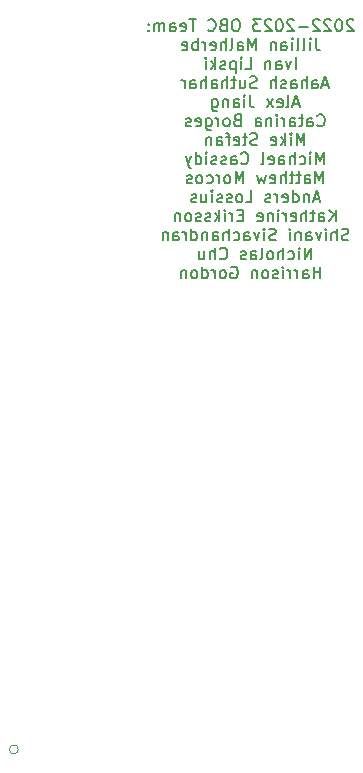
<source format=gbo>
G04 #@! TF.GenerationSoftware,KiCad,Pcbnew,(6.0.7)*
G04 #@! TF.CreationDate,2022-12-20T16:10:49-05:00*
G04 #@! TF.ProjectId,obc-db,6f62632d-6462-42e6-9b69-6361645f7063,rev?*
G04 #@! TF.SameCoordinates,Original*
G04 #@! TF.FileFunction,Legend,Bot*
G04 #@! TF.FilePolarity,Positive*
%FSLAX46Y46*%
G04 Gerber Fmt 4.6, Leading zero omitted, Abs format (unit mm)*
G04 Created by KiCad (PCBNEW (6.0.7)) date 2022-12-20 16:10:49*
%MOMM*%
%LPD*%
G01*
G04 APERTURE LIST*
%ADD10C,0.150000*%
%ADD11C,0.120000*%
%ADD12C,6.400000*%
%ADD13C,3.600000*%
%ADD14C,2.600000*%
%ADD15C,4.400000*%
%ADD16R,1.700000X1.700000*%
%ADD17O,1.700000X1.700000*%
%ADD18C,2.159000*%
%ADD19R,1.524000X1.524000*%
%ADD20C,1.524000*%
G04 APERTURE END LIST*
D10*
X146104476Y-72140619D02*
X146056857Y-72093000D01*
X145961619Y-72045380D01*
X145723523Y-72045380D01*
X145628285Y-72093000D01*
X145580666Y-72140619D01*
X145533047Y-72235857D01*
X145533047Y-72331095D01*
X145580666Y-72473952D01*
X146152095Y-73045380D01*
X145533047Y-73045380D01*
X144914000Y-72045380D02*
X144818761Y-72045380D01*
X144723523Y-72093000D01*
X144675904Y-72140619D01*
X144628285Y-72235857D01*
X144580666Y-72426333D01*
X144580666Y-72664428D01*
X144628285Y-72854904D01*
X144675904Y-72950142D01*
X144723523Y-72997761D01*
X144818761Y-73045380D01*
X144914000Y-73045380D01*
X145009238Y-72997761D01*
X145056857Y-72950142D01*
X145104476Y-72854904D01*
X145152095Y-72664428D01*
X145152095Y-72426333D01*
X145104476Y-72235857D01*
X145056857Y-72140619D01*
X145009238Y-72093000D01*
X144914000Y-72045380D01*
X144199714Y-72140619D02*
X144152095Y-72093000D01*
X144056857Y-72045380D01*
X143818761Y-72045380D01*
X143723523Y-72093000D01*
X143675904Y-72140619D01*
X143628285Y-72235857D01*
X143628285Y-72331095D01*
X143675904Y-72473952D01*
X144247333Y-73045380D01*
X143628285Y-73045380D01*
X143247333Y-72140619D02*
X143199714Y-72093000D01*
X143104476Y-72045380D01*
X142866380Y-72045380D01*
X142771142Y-72093000D01*
X142723523Y-72140619D01*
X142675904Y-72235857D01*
X142675904Y-72331095D01*
X142723523Y-72473952D01*
X143294952Y-73045380D01*
X142675904Y-73045380D01*
X142247333Y-72664428D02*
X141485428Y-72664428D01*
X141056857Y-72140619D02*
X141009238Y-72093000D01*
X140914000Y-72045380D01*
X140675904Y-72045380D01*
X140580666Y-72093000D01*
X140533047Y-72140619D01*
X140485428Y-72235857D01*
X140485428Y-72331095D01*
X140533047Y-72473952D01*
X141104476Y-73045380D01*
X140485428Y-73045380D01*
X139866380Y-72045380D02*
X139771142Y-72045380D01*
X139675904Y-72093000D01*
X139628285Y-72140619D01*
X139580666Y-72235857D01*
X139533047Y-72426333D01*
X139533047Y-72664428D01*
X139580666Y-72854904D01*
X139628285Y-72950142D01*
X139675904Y-72997761D01*
X139771142Y-73045380D01*
X139866380Y-73045380D01*
X139961619Y-72997761D01*
X140009238Y-72950142D01*
X140056857Y-72854904D01*
X140104476Y-72664428D01*
X140104476Y-72426333D01*
X140056857Y-72235857D01*
X140009238Y-72140619D01*
X139961619Y-72093000D01*
X139866380Y-72045380D01*
X139152095Y-72140619D02*
X139104476Y-72093000D01*
X139009238Y-72045380D01*
X138771142Y-72045380D01*
X138675904Y-72093000D01*
X138628285Y-72140619D01*
X138580666Y-72235857D01*
X138580666Y-72331095D01*
X138628285Y-72473952D01*
X139199714Y-73045380D01*
X138580666Y-73045380D01*
X138247333Y-72045380D02*
X137628285Y-72045380D01*
X137961619Y-72426333D01*
X137818761Y-72426333D01*
X137723523Y-72473952D01*
X137675904Y-72521571D01*
X137628285Y-72616809D01*
X137628285Y-72854904D01*
X137675904Y-72950142D01*
X137723523Y-72997761D01*
X137818761Y-73045380D01*
X138104476Y-73045380D01*
X138199714Y-72997761D01*
X138247333Y-72950142D01*
X136247333Y-72045380D02*
X136056857Y-72045380D01*
X135961619Y-72093000D01*
X135866380Y-72188238D01*
X135818761Y-72378714D01*
X135818761Y-72712047D01*
X135866380Y-72902523D01*
X135961619Y-72997761D01*
X136056857Y-73045380D01*
X136247333Y-73045380D01*
X136342571Y-72997761D01*
X136437809Y-72902523D01*
X136485428Y-72712047D01*
X136485428Y-72378714D01*
X136437809Y-72188238D01*
X136342571Y-72093000D01*
X136247333Y-72045380D01*
X135056857Y-72521571D02*
X134914000Y-72569190D01*
X134866380Y-72616809D01*
X134818761Y-72712047D01*
X134818761Y-72854904D01*
X134866380Y-72950142D01*
X134914000Y-72997761D01*
X135009238Y-73045380D01*
X135390190Y-73045380D01*
X135390190Y-72045380D01*
X135056857Y-72045380D01*
X134961619Y-72093000D01*
X134914000Y-72140619D01*
X134866380Y-72235857D01*
X134866380Y-72331095D01*
X134914000Y-72426333D01*
X134961619Y-72473952D01*
X135056857Y-72521571D01*
X135390190Y-72521571D01*
X133818761Y-72950142D02*
X133866380Y-72997761D01*
X134009238Y-73045380D01*
X134104476Y-73045380D01*
X134247333Y-72997761D01*
X134342571Y-72902523D01*
X134390190Y-72807285D01*
X134437809Y-72616809D01*
X134437809Y-72473952D01*
X134390190Y-72283476D01*
X134342571Y-72188238D01*
X134247333Y-72093000D01*
X134104476Y-72045380D01*
X134009238Y-72045380D01*
X133866380Y-72093000D01*
X133818761Y-72140619D01*
X132771142Y-72045380D02*
X132199714Y-72045380D01*
X132485428Y-73045380D02*
X132485428Y-72045380D01*
X131485428Y-72997761D02*
X131580666Y-73045380D01*
X131771142Y-73045380D01*
X131866380Y-72997761D01*
X131914000Y-72902523D01*
X131914000Y-72521571D01*
X131866380Y-72426333D01*
X131771142Y-72378714D01*
X131580666Y-72378714D01*
X131485428Y-72426333D01*
X131437809Y-72521571D01*
X131437809Y-72616809D01*
X131914000Y-72712047D01*
X130580666Y-73045380D02*
X130580666Y-72521571D01*
X130628285Y-72426333D01*
X130723523Y-72378714D01*
X130914000Y-72378714D01*
X131009238Y-72426333D01*
X130580666Y-72997761D02*
X130675904Y-73045380D01*
X130914000Y-73045380D01*
X131009238Y-72997761D01*
X131056857Y-72902523D01*
X131056857Y-72807285D01*
X131009238Y-72712047D01*
X130914000Y-72664428D01*
X130675904Y-72664428D01*
X130580666Y-72616809D01*
X130104476Y-73045380D02*
X130104476Y-72378714D01*
X130104476Y-72473952D02*
X130056857Y-72426333D01*
X129961619Y-72378714D01*
X129818761Y-72378714D01*
X129723523Y-72426333D01*
X129675904Y-72521571D01*
X129675904Y-73045380D01*
X129675904Y-72521571D02*
X129628285Y-72426333D01*
X129533047Y-72378714D01*
X129390190Y-72378714D01*
X129294952Y-72426333D01*
X129247333Y-72521571D01*
X129247333Y-73045380D01*
X128771142Y-72950142D02*
X128723523Y-72997761D01*
X128771142Y-73045380D01*
X128818761Y-72997761D01*
X128771142Y-72950142D01*
X128771142Y-73045380D01*
X128771142Y-72426333D02*
X128723523Y-72473952D01*
X128771142Y-72521571D01*
X128818761Y-72473952D01*
X128771142Y-72426333D01*
X128771142Y-72521571D01*
X142914000Y-73655380D02*
X142914000Y-74369666D01*
X142961619Y-74512523D01*
X143056857Y-74607761D01*
X143199714Y-74655380D01*
X143294952Y-74655380D01*
X142437809Y-74655380D02*
X142437809Y-73988714D01*
X142437809Y-73655380D02*
X142485428Y-73703000D01*
X142437809Y-73750619D01*
X142390190Y-73703000D01*
X142437809Y-73655380D01*
X142437809Y-73750619D01*
X141818761Y-74655380D02*
X141914000Y-74607761D01*
X141961619Y-74512523D01*
X141961619Y-73655380D01*
X141294952Y-74655380D02*
X141390190Y-74607761D01*
X141437809Y-74512523D01*
X141437809Y-73655380D01*
X140914000Y-74655380D02*
X140914000Y-73988714D01*
X140914000Y-73655380D02*
X140961619Y-73703000D01*
X140914000Y-73750619D01*
X140866380Y-73703000D01*
X140914000Y-73655380D01*
X140914000Y-73750619D01*
X140009238Y-74655380D02*
X140009238Y-74131571D01*
X140056857Y-74036333D01*
X140152095Y-73988714D01*
X140342571Y-73988714D01*
X140437809Y-74036333D01*
X140009238Y-74607761D02*
X140104476Y-74655380D01*
X140342571Y-74655380D01*
X140437809Y-74607761D01*
X140485428Y-74512523D01*
X140485428Y-74417285D01*
X140437809Y-74322047D01*
X140342571Y-74274428D01*
X140104476Y-74274428D01*
X140009238Y-74226809D01*
X139533047Y-73988714D02*
X139533047Y-74655380D01*
X139533047Y-74083952D02*
X139485428Y-74036333D01*
X139390190Y-73988714D01*
X139247333Y-73988714D01*
X139152095Y-74036333D01*
X139104476Y-74131571D01*
X139104476Y-74655380D01*
X137866380Y-74655380D02*
X137866380Y-73655380D01*
X137533047Y-74369666D01*
X137199714Y-73655380D01*
X137199714Y-74655380D01*
X136294952Y-74655380D02*
X136294952Y-74131571D01*
X136342571Y-74036333D01*
X136437809Y-73988714D01*
X136628285Y-73988714D01*
X136723523Y-74036333D01*
X136294952Y-74607761D02*
X136390190Y-74655380D01*
X136628285Y-74655380D01*
X136723523Y-74607761D01*
X136771142Y-74512523D01*
X136771142Y-74417285D01*
X136723523Y-74322047D01*
X136628285Y-74274428D01*
X136390190Y-74274428D01*
X136294952Y-74226809D01*
X135675904Y-74655380D02*
X135771142Y-74607761D01*
X135818761Y-74512523D01*
X135818761Y-73655380D01*
X135294952Y-74655380D02*
X135294952Y-73655380D01*
X134866380Y-74655380D02*
X134866380Y-74131571D01*
X134914000Y-74036333D01*
X135009238Y-73988714D01*
X135152095Y-73988714D01*
X135247333Y-74036333D01*
X135294952Y-74083952D01*
X134009238Y-74607761D02*
X134104476Y-74655380D01*
X134294952Y-74655380D01*
X134390190Y-74607761D01*
X134437809Y-74512523D01*
X134437809Y-74131571D01*
X134390190Y-74036333D01*
X134294952Y-73988714D01*
X134104476Y-73988714D01*
X134009238Y-74036333D01*
X133961619Y-74131571D01*
X133961619Y-74226809D01*
X134437809Y-74322047D01*
X133533047Y-74655380D02*
X133533047Y-73988714D01*
X133533047Y-74179190D02*
X133485428Y-74083952D01*
X133437809Y-74036333D01*
X133342571Y-73988714D01*
X133247333Y-73988714D01*
X132914000Y-74655380D02*
X132914000Y-73655380D01*
X132914000Y-74036333D02*
X132818761Y-73988714D01*
X132628285Y-73988714D01*
X132533047Y-74036333D01*
X132485428Y-74083952D01*
X132437809Y-74179190D01*
X132437809Y-74464904D01*
X132485428Y-74560142D01*
X132533047Y-74607761D01*
X132628285Y-74655380D01*
X132818761Y-74655380D01*
X132914000Y-74607761D01*
X131628285Y-74607761D02*
X131723523Y-74655380D01*
X131914000Y-74655380D01*
X132009238Y-74607761D01*
X132056857Y-74512523D01*
X132056857Y-74131571D01*
X132009238Y-74036333D01*
X131914000Y-73988714D01*
X131723523Y-73988714D01*
X131628285Y-74036333D01*
X131580666Y-74131571D01*
X131580666Y-74226809D01*
X132056857Y-74322047D01*
X141223523Y-76265380D02*
X141223523Y-75265380D01*
X140842571Y-75598714D02*
X140604476Y-76265380D01*
X140366380Y-75598714D01*
X139556857Y-76265380D02*
X139556857Y-75741571D01*
X139604476Y-75646333D01*
X139699714Y-75598714D01*
X139890190Y-75598714D01*
X139985428Y-75646333D01*
X139556857Y-76217761D02*
X139652095Y-76265380D01*
X139890190Y-76265380D01*
X139985428Y-76217761D01*
X140033047Y-76122523D01*
X140033047Y-76027285D01*
X139985428Y-75932047D01*
X139890190Y-75884428D01*
X139652095Y-75884428D01*
X139556857Y-75836809D01*
X139080666Y-75598714D02*
X139080666Y-76265380D01*
X139080666Y-75693952D02*
X139033047Y-75646333D01*
X138937809Y-75598714D01*
X138794952Y-75598714D01*
X138699714Y-75646333D01*
X138652095Y-75741571D01*
X138652095Y-76265380D01*
X136937809Y-76265380D02*
X137414000Y-76265380D01*
X137414000Y-75265380D01*
X136604476Y-76265380D02*
X136604476Y-75598714D01*
X136604476Y-75265380D02*
X136652095Y-75313000D01*
X136604476Y-75360619D01*
X136556857Y-75313000D01*
X136604476Y-75265380D01*
X136604476Y-75360619D01*
X136128285Y-75598714D02*
X136128285Y-76598714D01*
X136128285Y-75646333D02*
X136033047Y-75598714D01*
X135842571Y-75598714D01*
X135747333Y-75646333D01*
X135699714Y-75693952D01*
X135652095Y-75789190D01*
X135652095Y-76074904D01*
X135699714Y-76170142D01*
X135747333Y-76217761D01*
X135842571Y-76265380D01*
X136033047Y-76265380D01*
X136128285Y-76217761D01*
X135271142Y-76217761D02*
X135175904Y-76265380D01*
X134985428Y-76265380D01*
X134890190Y-76217761D01*
X134842571Y-76122523D01*
X134842571Y-76074904D01*
X134890190Y-75979666D01*
X134985428Y-75932047D01*
X135128285Y-75932047D01*
X135223523Y-75884428D01*
X135271142Y-75789190D01*
X135271142Y-75741571D01*
X135223523Y-75646333D01*
X135128285Y-75598714D01*
X134985428Y-75598714D01*
X134890190Y-75646333D01*
X134414000Y-76265380D02*
X134414000Y-75265380D01*
X134318761Y-75884428D02*
X134033047Y-76265380D01*
X134033047Y-75598714D02*
X134414000Y-75979666D01*
X133604476Y-76265380D02*
X133604476Y-75598714D01*
X133604476Y-75265380D02*
X133652095Y-75313000D01*
X133604476Y-75360619D01*
X133556857Y-75313000D01*
X133604476Y-75265380D01*
X133604476Y-75360619D01*
X143961619Y-77589666D02*
X143485428Y-77589666D01*
X144056857Y-77875380D02*
X143723523Y-76875380D01*
X143390190Y-77875380D01*
X142628285Y-77875380D02*
X142628285Y-77351571D01*
X142675904Y-77256333D01*
X142771142Y-77208714D01*
X142961619Y-77208714D01*
X143056857Y-77256333D01*
X142628285Y-77827761D02*
X142723523Y-77875380D01*
X142961619Y-77875380D01*
X143056857Y-77827761D01*
X143104476Y-77732523D01*
X143104476Y-77637285D01*
X143056857Y-77542047D01*
X142961619Y-77494428D01*
X142723523Y-77494428D01*
X142628285Y-77446809D01*
X142152095Y-77875380D02*
X142152095Y-76875380D01*
X141723523Y-77875380D02*
X141723523Y-77351571D01*
X141771142Y-77256333D01*
X141866380Y-77208714D01*
X142009238Y-77208714D01*
X142104476Y-77256333D01*
X142152095Y-77303952D01*
X140818761Y-77875380D02*
X140818761Y-77351571D01*
X140866380Y-77256333D01*
X140961619Y-77208714D01*
X141152095Y-77208714D01*
X141247333Y-77256333D01*
X140818761Y-77827761D02*
X140914000Y-77875380D01*
X141152095Y-77875380D01*
X141247333Y-77827761D01*
X141294952Y-77732523D01*
X141294952Y-77637285D01*
X141247333Y-77542047D01*
X141152095Y-77494428D01*
X140914000Y-77494428D01*
X140818761Y-77446809D01*
X140390190Y-77827761D02*
X140294952Y-77875380D01*
X140104476Y-77875380D01*
X140009238Y-77827761D01*
X139961619Y-77732523D01*
X139961619Y-77684904D01*
X140009238Y-77589666D01*
X140104476Y-77542047D01*
X140247333Y-77542047D01*
X140342571Y-77494428D01*
X140390190Y-77399190D01*
X140390190Y-77351571D01*
X140342571Y-77256333D01*
X140247333Y-77208714D01*
X140104476Y-77208714D01*
X140009238Y-77256333D01*
X139533047Y-77875380D02*
X139533047Y-76875380D01*
X139104476Y-77875380D02*
X139104476Y-77351571D01*
X139152095Y-77256333D01*
X139247333Y-77208714D01*
X139390190Y-77208714D01*
X139485428Y-77256333D01*
X139533047Y-77303952D01*
X137914000Y-77827761D02*
X137771142Y-77875380D01*
X137533047Y-77875380D01*
X137437809Y-77827761D01*
X137390190Y-77780142D01*
X137342571Y-77684904D01*
X137342571Y-77589666D01*
X137390190Y-77494428D01*
X137437809Y-77446809D01*
X137533047Y-77399190D01*
X137723523Y-77351571D01*
X137818761Y-77303952D01*
X137866380Y-77256333D01*
X137914000Y-77161095D01*
X137914000Y-77065857D01*
X137866380Y-76970619D01*
X137818761Y-76923000D01*
X137723523Y-76875380D01*
X137485428Y-76875380D01*
X137342571Y-76923000D01*
X136485428Y-77208714D02*
X136485428Y-77875380D01*
X136914000Y-77208714D02*
X136914000Y-77732523D01*
X136866380Y-77827761D01*
X136771142Y-77875380D01*
X136628285Y-77875380D01*
X136533047Y-77827761D01*
X136485428Y-77780142D01*
X136152095Y-77208714D02*
X135771142Y-77208714D01*
X136009238Y-76875380D02*
X136009238Y-77732523D01*
X135961619Y-77827761D01*
X135866380Y-77875380D01*
X135771142Y-77875380D01*
X135437809Y-77875380D02*
X135437809Y-76875380D01*
X135009238Y-77875380D02*
X135009238Y-77351571D01*
X135056857Y-77256333D01*
X135152095Y-77208714D01*
X135294952Y-77208714D01*
X135390190Y-77256333D01*
X135437809Y-77303952D01*
X134104476Y-77875380D02*
X134104476Y-77351571D01*
X134152095Y-77256333D01*
X134247333Y-77208714D01*
X134437809Y-77208714D01*
X134533047Y-77256333D01*
X134104476Y-77827761D02*
X134199714Y-77875380D01*
X134437809Y-77875380D01*
X134533047Y-77827761D01*
X134580666Y-77732523D01*
X134580666Y-77637285D01*
X134533047Y-77542047D01*
X134437809Y-77494428D01*
X134199714Y-77494428D01*
X134104476Y-77446809D01*
X133628285Y-77875380D02*
X133628285Y-76875380D01*
X133199714Y-77875380D02*
X133199714Y-77351571D01*
X133247333Y-77256333D01*
X133342571Y-77208714D01*
X133485428Y-77208714D01*
X133580666Y-77256333D01*
X133628285Y-77303952D01*
X132294952Y-77875380D02*
X132294952Y-77351571D01*
X132342571Y-77256333D01*
X132437809Y-77208714D01*
X132628285Y-77208714D01*
X132723523Y-77256333D01*
X132294952Y-77827761D02*
X132390190Y-77875380D01*
X132628285Y-77875380D01*
X132723523Y-77827761D01*
X132771142Y-77732523D01*
X132771142Y-77637285D01*
X132723523Y-77542047D01*
X132628285Y-77494428D01*
X132390190Y-77494428D01*
X132294952Y-77446809D01*
X131818761Y-77875380D02*
X131818761Y-77208714D01*
X131818761Y-77399190D02*
X131771142Y-77303952D01*
X131723523Y-77256333D01*
X131628285Y-77208714D01*
X131533047Y-77208714D01*
X141485428Y-79199666D02*
X141009238Y-79199666D01*
X141580666Y-79485380D02*
X141247333Y-78485380D01*
X140914000Y-79485380D01*
X140437809Y-79485380D02*
X140533047Y-79437761D01*
X140580666Y-79342523D01*
X140580666Y-78485380D01*
X139675904Y-79437761D02*
X139771142Y-79485380D01*
X139961619Y-79485380D01*
X140056857Y-79437761D01*
X140104476Y-79342523D01*
X140104476Y-78961571D01*
X140056857Y-78866333D01*
X139961619Y-78818714D01*
X139771142Y-78818714D01*
X139675904Y-78866333D01*
X139628285Y-78961571D01*
X139628285Y-79056809D01*
X140104476Y-79152047D01*
X139294952Y-79485380D02*
X138771142Y-78818714D01*
X139294952Y-78818714D02*
X138771142Y-79485380D01*
X137342571Y-78485380D02*
X137342571Y-79199666D01*
X137390190Y-79342523D01*
X137485428Y-79437761D01*
X137628285Y-79485380D01*
X137723523Y-79485380D01*
X136866380Y-79485380D02*
X136866380Y-78818714D01*
X136866380Y-78485380D02*
X136914000Y-78533000D01*
X136866380Y-78580619D01*
X136818761Y-78533000D01*
X136866380Y-78485380D01*
X136866380Y-78580619D01*
X135961619Y-79485380D02*
X135961619Y-78961571D01*
X136009238Y-78866333D01*
X136104476Y-78818714D01*
X136294952Y-78818714D01*
X136390190Y-78866333D01*
X135961619Y-79437761D02*
X136056857Y-79485380D01*
X136294952Y-79485380D01*
X136390190Y-79437761D01*
X136437809Y-79342523D01*
X136437809Y-79247285D01*
X136390190Y-79152047D01*
X136294952Y-79104428D01*
X136056857Y-79104428D01*
X135961619Y-79056809D01*
X135485428Y-78818714D02*
X135485428Y-79485380D01*
X135485428Y-78913952D02*
X135437809Y-78866333D01*
X135342571Y-78818714D01*
X135199714Y-78818714D01*
X135104476Y-78866333D01*
X135056857Y-78961571D01*
X135056857Y-79485380D01*
X134152095Y-78818714D02*
X134152095Y-79628238D01*
X134199714Y-79723476D01*
X134247333Y-79771095D01*
X134342571Y-79818714D01*
X134485428Y-79818714D01*
X134580666Y-79771095D01*
X134152095Y-79437761D02*
X134247333Y-79485380D01*
X134437809Y-79485380D01*
X134533047Y-79437761D01*
X134580666Y-79390142D01*
X134628285Y-79294904D01*
X134628285Y-79009190D01*
X134580666Y-78913952D01*
X134533047Y-78866333D01*
X134437809Y-78818714D01*
X134247333Y-78818714D01*
X134152095Y-78866333D01*
X143056857Y-81000142D02*
X143104476Y-81047761D01*
X143247333Y-81095380D01*
X143342571Y-81095380D01*
X143485428Y-81047761D01*
X143580666Y-80952523D01*
X143628285Y-80857285D01*
X143675904Y-80666809D01*
X143675904Y-80523952D01*
X143628285Y-80333476D01*
X143580666Y-80238238D01*
X143485428Y-80143000D01*
X143342571Y-80095380D01*
X143247333Y-80095380D01*
X143104476Y-80143000D01*
X143056857Y-80190619D01*
X142199714Y-81095380D02*
X142199714Y-80571571D01*
X142247333Y-80476333D01*
X142342571Y-80428714D01*
X142533047Y-80428714D01*
X142628285Y-80476333D01*
X142199714Y-81047761D02*
X142294952Y-81095380D01*
X142533047Y-81095380D01*
X142628285Y-81047761D01*
X142675904Y-80952523D01*
X142675904Y-80857285D01*
X142628285Y-80762047D01*
X142533047Y-80714428D01*
X142294952Y-80714428D01*
X142199714Y-80666809D01*
X141866380Y-80428714D02*
X141485428Y-80428714D01*
X141723523Y-80095380D02*
X141723523Y-80952523D01*
X141675904Y-81047761D01*
X141580666Y-81095380D01*
X141485428Y-81095380D01*
X140723523Y-81095380D02*
X140723523Y-80571571D01*
X140771142Y-80476333D01*
X140866380Y-80428714D01*
X141056857Y-80428714D01*
X141152095Y-80476333D01*
X140723523Y-81047761D02*
X140818761Y-81095380D01*
X141056857Y-81095380D01*
X141152095Y-81047761D01*
X141199714Y-80952523D01*
X141199714Y-80857285D01*
X141152095Y-80762047D01*
X141056857Y-80714428D01*
X140818761Y-80714428D01*
X140723523Y-80666809D01*
X140247333Y-81095380D02*
X140247333Y-80428714D01*
X140247333Y-80619190D02*
X140199714Y-80523952D01*
X140152095Y-80476333D01*
X140056857Y-80428714D01*
X139961619Y-80428714D01*
X139628285Y-81095380D02*
X139628285Y-80428714D01*
X139628285Y-80095380D02*
X139675904Y-80143000D01*
X139628285Y-80190619D01*
X139580666Y-80143000D01*
X139628285Y-80095380D01*
X139628285Y-80190619D01*
X139152095Y-80428714D02*
X139152095Y-81095380D01*
X139152095Y-80523952D02*
X139104476Y-80476333D01*
X139009238Y-80428714D01*
X138866380Y-80428714D01*
X138771142Y-80476333D01*
X138723523Y-80571571D01*
X138723523Y-81095380D01*
X137818761Y-81095380D02*
X137818761Y-80571571D01*
X137866380Y-80476333D01*
X137961619Y-80428714D01*
X138152095Y-80428714D01*
X138247333Y-80476333D01*
X137818761Y-81047761D02*
X137914000Y-81095380D01*
X138152095Y-81095380D01*
X138247333Y-81047761D01*
X138294952Y-80952523D01*
X138294952Y-80857285D01*
X138247333Y-80762047D01*
X138152095Y-80714428D01*
X137914000Y-80714428D01*
X137818761Y-80666809D01*
X136247333Y-80571571D02*
X136104476Y-80619190D01*
X136056857Y-80666809D01*
X136009238Y-80762047D01*
X136009238Y-80904904D01*
X136056857Y-81000142D01*
X136104476Y-81047761D01*
X136199714Y-81095380D01*
X136580666Y-81095380D01*
X136580666Y-80095380D01*
X136247333Y-80095380D01*
X136152095Y-80143000D01*
X136104476Y-80190619D01*
X136056857Y-80285857D01*
X136056857Y-80381095D01*
X136104476Y-80476333D01*
X136152095Y-80523952D01*
X136247333Y-80571571D01*
X136580666Y-80571571D01*
X135437809Y-81095380D02*
X135533047Y-81047761D01*
X135580666Y-81000142D01*
X135628285Y-80904904D01*
X135628285Y-80619190D01*
X135580666Y-80523952D01*
X135533047Y-80476333D01*
X135437809Y-80428714D01*
X135294952Y-80428714D01*
X135199714Y-80476333D01*
X135152095Y-80523952D01*
X135104476Y-80619190D01*
X135104476Y-80904904D01*
X135152095Y-81000142D01*
X135199714Y-81047761D01*
X135294952Y-81095380D01*
X135437809Y-81095380D01*
X134675904Y-81095380D02*
X134675904Y-80428714D01*
X134675904Y-80619190D02*
X134628285Y-80523952D01*
X134580666Y-80476333D01*
X134485428Y-80428714D01*
X134390190Y-80428714D01*
X133628285Y-80428714D02*
X133628285Y-81238238D01*
X133675904Y-81333476D01*
X133723523Y-81381095D01*
X133818761Y-81428714D01*
X133961619Y-81428714D01*
X134056857Y-81381095D01*
X133628285Y-81047761D02*
X133723523Y-81095380D01*
X133914000Y-81095380D01*
X134009238Y-81047761D01*
X134056857Y-81000142D01*
X134104476Y-80904904D01*
X134104476Y-80619190D01*
X134056857Y-80523952D01*
X134009238Y-80476333D01*
X133914000Y-80428714D01*
X133723523Y-80428714D01*
X133628285Y-80476333D01*
X132771142Y-81047761D02*
X132866380Y-81095380D01*
X133056857Y-81095380D01*
X133152095Y-81047761D01*
X133199714Y-80952523D01*
X133199714Y-80571571D01*
X133152095Y-80476333D01*
X133056857Y-80428714D01*
X132866380Y-80428714D01*
X132771142Y-80476333D01*
X132723523Y-80571571D01*
X132723523Y-80666809D01*
X133199714Y-80762047D01*
X132342571Y-81047761D02*
X132247333Y-81095380D01*
X132056857Y-81095380D01*
X131961619Y-81047761D01*
X131914000Y-80952523D01*
X131914000Y-80904904D01*
X131961619Y-80809666D01*
X132056857Y-80762047D01*
X132199714Y-80762047D01*
X132294952Y-80714428D01*
X132342571Y-80619190D01*
X132342571Y-80571571D01*
X132294952Y-80476333D01*
X132199714Y-80428714D01*
X132056857Y-80428714D01*
X131961619Y-80476333D01*
X141961619Y-82705380D02*
X141961619Y-81705380D01*
X141628285Y-82419666D01*
X141294952Y-81705380D01*
X141294952Y-82705380D01*
X140818761Y-82705380D02*
X140818761Y-82038714D01*
X140818761Y-81705380D02*
X140866380Y-81753000D01*
X140818761Y-81800619D01*
X140771142Y-81753000D01*
X140818761Y-81705380D01*
X140818761Y-81800619D01*
X140342571Y-82705380D02*
X140342571Y-81705380D01*
X140247333Y-82324428D02*
X139961619Y-82705380D01*
X139961619Y-82038714D02*
X140342571Y-82419666D01*
X139152095Y-82657761D02*
X139247333Y-82705380D01*
X139437809Y-82705380D01*
X139533047Y-82657761D01*
X139580666Y-82562523D01*
X139580666Y-82181571D01*
X139533047Y-82086333D01*
X139437809Y-82038714D01*
X139247333Y-82038714D01*
X139152095Y-82086333D01*
X139104476Y-82181571D01*
X139104476Y-82276809D01*
X139580666Y-82372047D01*
X137961619Y-82657761D02*
X137818761Y-82705380D01*
X137580666Y-82705380D01*
X137485428Y-82657761D01*
X137437809Y-82610142D01*
X137390190Y-82514904D01*
X137390190Y-82419666D01*
X137437809Y-82324428D01*
X137485428Y-82276809D01*
X137580666Y-82229190D01*
X137771142Y-82181571D01*
X137866380Y-82133952D01*
X137914000Y-82086333D01*
X137961619Y-81991095D01*
X137961619Y-81895857D01*
X137914000Y-81800619D01*
X137866380Y-81753000D01*
X137771142Y-81705380D01*
X137533047Y-81705380D01*
X137390190Y-81753000D01*
X137104476Y-82038714D02*
X136723523Y-82038714D01*
X136961619Y-81705380D02*
X136961619Y-82562523D01*
X136914000Y-82657761D01*
X136818761Y-82705380D01*
X136723523Y-82705380D01*
X136009238Y-82657761D02*
X136104476Y-82705380D01*
X136294952Y-82705380D01*
X136390190Y-82657761D01*
X136437809Y-82562523D01*
X136437809Y-82181571D01*
X136390190Y-82086333D01*
X136294952Y-82038714D01*
X136104476Y-82038714D01*
X136009238Y-82086333D01*
X135961619Y-82181571D01*
X135961619Y-82276809D01*
X136437809Y-82372047D01*
X135675904Y-82038714D02*
X135294952Y-82038714D01*
X135533047Y-82705380D02*
X135533047Y-81848238D01*
X135485428Y-81753000D01*
X135390190Y-81705380D01*
X135294952Y-81705380D01*
X134533047Y-82705380D02*
X134533047Y-82181571D01*
X134580666Y-82086333D01*
X134675904Y-82038714D01*
X134866380Y-82038714D01*
X134961619Y-82086333D01*
X134533047Y-82657761D02*
X134628285Y-82705380D01*
X134866380Y-82705380D01*
X134961619Y-82657761D01*
X135009238Y-82562523D01*
X135009238Y-82467285D01*
X134961619Y-82372047D01*
X134866380Y-82324428D01*
X134628285Y-82324428D01*
X134533047Y-82276809D01*
X134056857Y-82038714D02*
X134056857Y-82705380D01*
X134056857Y-82133952D02*
X134009238Y-82086333D01*
X133914000Y-82038714D01*
X133771142Y-82038714D01*
X133675904Y-82086333D01*
X133628285Y-82181571D01*
X133628285Y-82705380D01*
X143604476Y-84315380D02*
X143604476Y-83315380D01*
X143271142Y-84029666D01*
X142937809Y-83315380D01*
X142937809Y-84315380D01*
X142461619Y-84315380D02*
X142461619Y-83648714D01*
X142461619Y-83315380D02*
X142509238Y-83363000D01*
X142461619Y-83410619D01*
X142414000Y-83363000D01*
X142461619Y-83315380D01*
X142461619Y-83410619D01*
X141556857Y-84267761D02*
X141652095Y-84315380D01*
X141842571Y-84315380D01*
X141937809Y-84267761D01*
X141985428Y-84220142D01*
X142033047Y-84124904D01*
X142033047Y-83839190D01*
X141985428Y-83743952D01*
X141937809Y-83696333D01*
X141842571Y-83648714D01*
X141652095Y-83648714D01*
X141556857Y-83696333D01*
X141128285Y-84315380D02*
X141128285Y-83315380D01*
X140699714Y-84315380D02*
X140699714Y-83791571D01*
X140747333Y-83696333D01*
X140842571Y-83648714D01*
X140985428Y-83648714D01*
X141080666Y-83696333D01*
X141128285Y-83743952D01*
X139794952Y-84315380D02*
X139794952Y-83791571D01*
X139842571Y-83696333D01*
X139937809Y-83648714D01*
X140128285Y-83648714D01*
X140223523Y-83696333D01*
X139794952Y-84267761D02*
X139890190Y-84315380D01*
X140128285Y-84315380D01*
X140223523Y-84267761D01*
X140271142Y-84172523D01*
X140271142Y-84077285D01*
X140223523Y-83982047D01*
X140128285Y-83934428D01*
X139890190Y-83934428D01*
X139794952Y-83886809D01*
X138937809Y-84267761D02*
X139033047Y-84315380D01*
X139223523Y-84315380D01*
X139318761Y-84267761D01*
X139366380Y-84172523D01*
X139366380Y-83791571D01*
X139318761Y-83696333D01*
X139223523Y-83648714D01*
X139033047Y-83648714D01*
X138937809Y-83696333D01*
X138890190Y-83791571D01*
X138890190Y-83886809D01*
X139366380Y-83982047D01*
X138318761Y-84315380D02*
X138414000Y-84267761D01*
X138461619Y-84172523D01*
X138461619Y-83315380D01*
X136604476Y-84220142D02*
X136652095Y-84267761D01*
X136794952Y-84315380D01*
X136890190Y-84315380D01*
X137033047Y-84267761D01*
X137128285Y-84172523D01*
X137175904Y-84077285D01*
X137223523Y-83886809D01*
X137223523Y-83743952D01*
X137175904Y-83553476D01*
X137128285Y-83458238D01*
X137033047Y-83363000D01*
X136890190Y-83315380D01*
X136794952Y-83315380D01*
X136652095Y-83363000D01*
X136604476Y-83410619D01*
X135747333Y-84315380D02*
X135747333Y-83791571D01*
X135794952Y-83696333D01*
X135890190Y-83648714D01*
X136080666Y-83648714D01*
X136175904Y-83696333D01*
X135747333Y-84267761D02*
X135842571Y-84315380D01*
X136080666Y-84315380D01*
X136175904Y-84267761D01*
X136223523Y-84172523D01*
X136223523Y-84077285D01*
X136175904Y-83982047D01*
X136080666Y-83934428D01*
X135842571Y-83934428D01*
X135747333Y-83886809D01*
X135318761Y-84267761D02*
X135223523Y-84315380D01*
X135033047Y-84315380D01*
X134937809Y-84267761D01*
X134890190Y-84172523D01*
X134890190Y-84124904D01*
X134937809Y-84029666D01*
X135033047Y-83982047D01*
X135175904Y-83982047D01*
X135271142Y-83934428D01*
X135318761Y-83839190D01*
X135318761Y-83791571D01*
X135271142Y-83696333D01*
X135175904Y-83648714D01*
X135033047Y-83648714D01*
X134937809Y-83696333D01*
X134509238Y-84267761D02*
X134414000Y-84315380D01*
X134223523Y-84315380D01*
X134128285Y-84267761D01*
X134080666Y-84172523D01*
X134080666Y-84124904D01*
X134128285Y-84029666D01*
X134223523Y-83982047D01*
X134366380Y-83982047D01*
X134461619Y-83934428D01*
X134509238Y-83839190D01*
X134509238Y-83791571D01*
X134461619Y-83696333D01*
X134366380Y-83648714D01*
X134223523Y-83648714D01*
X134128285Y-83696333D01*
X133652095Y-84315380D02*
X133652095Y-83648714D01*
X133652095Y-83315380D02*
X133699714Y-83363000D01*
X133652095Y-83410619D01*
X133604476Y-83363000D01*
X133652095Y-83315380D01*
X133652095Y-83410619D01*
X132747333Y-84315380D02*
X132747333Y-83315380D01*
X132747333Y-84267761D02*
X132842571Y-84315380D01*
X133033047Y-84315380D01*
X133128285Y-84267761D01*
X133175904Y-84220142D01*
X133223523Y-84124904D01*
X133223523Y-83839190D01*
X133175904Y-83743952D01*
X133128285Y-83696333D01*
X133033047Y-83648714D01*
X132842571Y-83648714D01*
X132747333Y-83696333D01*
X132366380Y-83648714D02*
X132128285Y-84315380D01*
X131890190Y-83648714D02*
X132128285Y-84315380D01*
X132223523Y-84553476D01*
X132271142Y-84601095D01*
X132366380Y-84648714D01*
X143556857Y-85925380D02*
X143556857Y-84925380D01*
X143223523Y-85639666D01*
X142890190Y-84925380D01*
X142890190Y-85925380D01*
X141985428Y-85925380D02*
X141985428Y-85401571D01*
X142033047Y-85306333D01*
X142128285Y-85258714D01*
X142318761Y-85258714D01*
X142414000Y-85306333D01*
X141985428Y-85877761D02*
X142080666Y-85925380D01*
X142318761Y-85925380D01*
X142414000Y-85877761D01*
X142461619Y-85782523D01*
X142461619Y-85687285D01*
X142414000Y-85592047D01*
X142318761Y-85544428D01*
X142080666Y-85544428D01*
X141985428Y-85496809D01*
X141652095Y-85258714D02*
X141271142Y-85258714D01*
X141509238Y-84925380D02*
X141509238Y-85782523D01*
X141461619Y-85877761D01*
X141366380Y-85925380D01*
X141271142Y-85925380D01*
X141080666Y-85258714D02*
X140699714Y-85258714D01*
X140937809Y-84925380D02*
X140937809Y-85782523D01*
X140890190Y-85877761D01*
X140794952Y-85925380D01*
X140699714Y-85925380D01*
X140366380Y-85925380D02*
X140366380Y-84925380D01*
X139937809Y-85925380D02*
X139937809Y-85401571D01*
X139985428Y-85306333D01*
X140080666Y-85258714D01*
X140223523Y-85258714D01*
X140318761Y-85306333D01*
X140366380Y-85353952D01*
X139080666Y-85877761D02*
X139175904Y-85925380D01*
X139366380Y-85925380D01*
X139461619Y-85877761D01*
X139509238Y-85782523D01*
X139509238Y-85401571D01*
X139461619Y-85306333D01*
X139366380Y-85258714D01*
X139175904Y-85258714D01*
X139080666Y-85306333D01*
X139033047Y-85401571D01*
X139033047Y-85496809D01*
X139509238Y-85592047D01*
X138699714Y-85258714D02*
X138509238Y-85925380D01*
X138318761Y-85449190D01*
X138128285Y-85925380D01*
X137937809Y-85258714D01*
X136794952Y-85925380D02*
X136794952Y-84925380D01*
X136461619Y-85639666D01*
X136128285Y-84925380D01*
X136128285Y-85925380D01*
X135509238Y-85925380D02*
X135604476Y-85877761D01*
X135652095Y-85830142D01*
X135699714Y-85734904D01*
X135699714Y-85449190D01*
X135652095Y-85353952D01*
X135604476Y-85306333D01*
X135509238Y-85258714D01*
X135366380Y-85258714D01*
X135271142Y-85306333D01*
X135223523Y-85353952D01*
X135175904Y-85449190D01*
X135175904Y-85734904D01*
X135223523Y-85830142D01*
X135271142Y-85877761D01*
X135366380Y-85925380D01*
X135509238Y-85925380D01*
X134747333Y-85925380D02*
X134747333Y-85258714D01*
X134747333Y-85449190D02*
X134699714Y-85353952D01*
X134652095Y-85306333D01*
X134556857Y-85258714D01*
X134461619Y-85258714D01*
X133699714Y-85877761D02*
X133794952Y-85925380D01*
X133985428Y-85925380D01*
X134080666Y-85877761D01*
X134128285Y-85830142D01*
X134175904Y-85734904D01*
X134175904Y-85449190D01*
X134128285Y-85353952D01*
X134080666Y-85306333D01*
X133985428Y-85258714D01*
X133794952Y-85258714D01*
X133699714Y-85306333D01*
X133128285Y-85925380D02*
X133223523Y-85877761D01*
X133271142Y-85830142D01*
X133318761Y-85734904D01*
X133318761Y-85449190D01*
X133271142Y-85353952D01*
X133223523Y-85306333D01*
X133128285Y-85258714D01*
X132985428Y-85258714D01*
X132890190Y-85306333D01*
X132842571Y-85353952D01*
X132794952Y-85449190D01*
X132794952Y-85734904D01*
X132842571Y-85830142D01*
X132890190Y-85877761D01*
X132985428Y-85925380D01*
X133128285Y-85925380D01*
X132414000Y-85877761D02*
X132318761Y-85925380D01*
X132128285Y-85925380D01*
X132033047Y-85877761D01*
X131985428Y-85782523D01*
X131985428Y-85734904D01*
X132033047Y-85639666D01*
X132128285Y-85592047D01*
X132271142Y-85592047D01*
X132366380Y-85544428D01*
X132414000Y-85449190D01*
X132414000Y-85401571D01*
X132366380Y-85306333D01*
X132271142Y-85258714D01*
X132128285Y-85258714D01*
X132033047Y-85306333D01*
X143223523Y-87249666D02*
X142747333Y-87249666D01*
X143318761Y-87535380D02*
X142985428Y-86535380D01*
X142652095Y-87535380D01*
X142318761Y-86868714D02*
X142318761Y-87535380D01*
X142318761Y-86963952D02*
X142271142Y-86916333D01*
X142175904Y-86868714D01*
X142033047Y-86868714D01*
X141937809Y-86916333D01*
X141890190Y-87011571D01*
X141890190Y-87535380D01*
X140985428Y-87535380D02*
X140985428Y-86535380D01*
X140985428Y-87487761D02*
X141080666Y-87535380D01*
X141271142Y-87535380D01*
X141366380Y-87487761D01*
X141414000Y-87440142D01*
X141461619Y-87344904D01*
X141461619Y-87059190D01*
X141414000Y-86963952D01*
X141366380Y-86916333D01*
X141271142Y-86868714D01*
X141080666Y-86868714D01*
X140985428Y-86916333D01*
X140128285Y-87487761D02*
X140223523Y-87535380D01*
X140414000Y-87535380D01*
X140509238Y-87487761D01*
X140556857Y-87392523D01*
X140556857Y-87011571D01*
X140509238Y-86916333D01*
X140414000Y-86868714D01*
X140223523Y-86868714D01*
X140128285Y-86916333D01*
X140080666Y-87011571D01*
X140080666Y-87106809D01*
X140556857Y-87202047D01*
X139652095Y-87535380D02*
X139652095Y-86868714D01*
X139652095Y-87059190D02*
X139604476Y-86963952D01*
X139556857Y-86916333D01*
X139461619Y-86868714D01*
X139366380Y-86868714D01*
X139080666Y-87487761D02*
X138985428Y-87535380D01*
X138794952Y-87535380D01*
X138699714Y-87487761D01*
X138652095Y-87392523D01*
X138652095Y-87344904D01*
X138699714Y-87249666D01*
X138794952Y-87202047D01*
X138937809Y-87202047D01*
X139033047Y-87154428D01*
X139080666Y-87059190D01*
X139080666Y-87011571D01*
X139033047Y-86916333D01*
X138937809Y-86868714D01*
X138794952Y-86868714D01*
X138699714Y-86916333D01*
X136985428Y-87535380D02*
X137461619Y-87535380D01*
X137461619Y-86535380D01*
X136509238Y-87535380D02*
X136604476Y-87487761D01*
X136652095Y-87440142D01*
X136699714Y-87344904D01*
X136699714Y-87059190D01*
X136652095Y-86963952D01*
X136604476Y-86916333D01*
X136509238Y-86868714D01*
X136366380Y-86868714D01*
X136271142Y-86916333D01*
X136223523Y-86963952D01*
X136175904Y-87059190D01*
X136175904Y-87344904D01*
X136223523Y-87440142D01*
X136271142Y-87487761D01*
X136366380Y-87535380D01*
X136509238Y-87535380D01*
X135794952Y-87487761D02*
X135699714Y-87535380D01*
X135509238Y-87535380D01*
X135414000Y-87487761D01*
X135366380Y-87392523D01*
X135366380Y-87344904D01*
X135414000Y-87249666D01*
X135509238Y-87202047D01*
X135652095Y-87202047D01*
X135747333Y-87154428D01*
X135794952Y-87059190D01*
X135794952Y-87011571D01*
X135747333Y-86916333D01*
X135652095Y-86868714D01*
X135509238Y-86868714D01*
X135414000Y-86916333D01*
X134985428Y-87487761D02*
X134890190Y-87535380D01*
X134699714Y-87535380D01*
X134604476Y-87487761D01*
X134556857Y-87392523D01*
X134556857Y-87344904D01*
X134604476Y-87249666D01*
X134699714Y-87202047D01*
X134842571Y-87202047D01*
X134937809Y-87154428D01*
X134985428Y-87059190D01*
X134985428Y-87011571D01*
X134937809Y-86916333D01*
X134842571Y-86868714D01*
X134699714Y-86868714D01*
X134604476Y-86916333D01*
X134128285Y-87535380D02*
X134128285Y-86868714D01*
X134128285Y-86535380D02*
X134175904Y-86583000D01*
X134128285Y-86630619D01*
X134080666Y-86583000D01*
X134128285Y-86535380D01*
X134128285Y-86630619D01*
X133223523Y-86868714D02*
X133223523Y-87535380D01*
X133652095Y-86868714D02*
X133652095Y-87392523D01*
X133604476Y-87487761D01*
X133509238Y-87535380D01*
X133366380Y-87535380D01*
X133271142Y-87487761D01*
X133223523Y-87440142D01*
X132794952Y-87487761D02*
X132699714Y-87535380D01*
X132509238Y-87535380D01*
X132414000Y-87487761D01*
X132366380Y-87392523D01*
X132366380Y-87344904D01*
X132414000Y-87249666D01*
X132509238Y-87202047D01*
X132652095Y-87202047D01*
X132747333Y-87154428D01*
X132794952Y-87059190D01*
X132794952Y-87011571D01*
X132747333Y-86916333D01*
X132652095Y-86868714D01*
X132509238Y-86868714D01*
X132414000Y-86916333D01*
X144604476Y-89145380D02*
X144604476Y-88145380D01*
X144033047Y-89145380D02*
X144461619Y-88573952D01*
X144033047Y-88145380D02*
X144604476Y-88716809D01*
X143175904Y-89145380D02*
X143175904Y-88621571D01*
X143223523Y-88526333D01*
X143318761Y-88478714D01*
X143509238Y-88478714D01*
X143604476Y-88526333D01*
X143175904Y-89097761D02*
X143271142Y-89145380D01*
X143509238Y-89145380D01*
X143604476Y-89097761D01*
X143652095Y-89002523D01*
X143652095Y-88907285D01*
X143604476Y-88812047D01*
X143509238Y-88764428D01*
X143271142Y-88764428D01*
X143175904Y-88716809D01*
X142842571Y-88478714D02*
X142461619Y-88478714D01*
X142699714Y-88145380D02*
X142699714Y-89002523D01*
X142652095Y-89097761D01*
X142556857Y-89145380D01*
X142461619Y-89145380D01*
X142128285Y-89145380D02*
X142128285Y-88145380D01*
X141699714Y-89145380D02*
X141699714Y-88621571D01*
X141747333Y-88526333D01*
X141842571Y-88478714D01*
X141985428Y-88478714D01*
X142080666Y-88526333D01*
X142128285Y-88573952D01*
X140842571Y-89097761D02*
X140937809Y-89145380D01*
X141128285Y-89145380D01*
X141223523Y-89097761D01*
X141271142Y-89002523D01*
X141271142Y-88621571D01*
X141223523Y-88526333D01*
X141128285Y-88478714D01*
X140937809Y-88478714D01*
X140842571Y-88526333D01*
X140794952Y-88621571D01*
X140794952Y-88716809D01*
X141271142Y-88812047D01*
X140366380Y-89145380D02*
X140366380Y-88478714D01*
X140366380Y-88669190D02*
X140318761Y-88573952D01*
X140271142Y-88526333D01*
X140175904Y-88478714D01*
X140080666Y-88478714D01*
X139747333Y-89145380D02*
X139747333Y-88478714D01*
X139747333Y-88145380D02*
X139794952Y-88193000D01*
X139747333Y-88240619D01*
X139699714Y-88193000D01*
X139747333Y-88145380D01*
X139747333Y-88240619D01*
X139271142Y-88478714D02*
X139271142Y-89145380D01*
X139271142Y-88573952D02*
X139223523Y-88526333D01*
X139128285Y-88478714D01*
X138985428Y-88478714D01*
X138890190Y-88526333D01*
X138842571Y-88621571D01*
X138842571Y-89145380D01*
X137985428Y-89097761D02*
X138080666Y-89145380D01*
X138271142Y-89145380D01*
X138366380Y-89097761D01*
X138414000Y-89002523D01*
X138414000Y-88621571D01*
X138366380Y-88526333D01*
X138271142Y-88478714D01*
X138080666Y-88478714D01*
X137985428Y-88526333D01*
X137937809Y-88621571D01*
X137937809Y-88716809D01*
X138414000Y-88812047D01*
X136747333Y-88621571D02*
X136414000Y-88621571D01*
X136271142Y-89145380D02*
X136747333Y-89145380D01*
X136747333Y-88145380D01*
X136271142Y-88145380D01*
X135842571Y-89145380D02*
X135842571Y-88478714D01*
X135842571Y-88669190D02*
X135794952Y-88573952D01*
X135747333Y-88526333D01*
X135652095Y-88478714D01*
X135556857Y-88478714D01*
X135223523Y-89145380D02*
X135223523Y-88478714D01*
X135223523Y-88145380D02*
X135271142Y-88193000D01*
X135223523Y-88240619D01*
X135175904Y-88193000D01*
X135223523Y-88145380D01*
X135223523Y-88240619D01*
X134747333Y-89145380D02*
X134747333Y-88145380D01*
X134652095Y-88764428D02*
X134366380Y-89145380D01*
X134366380Y-88478714D02*
X134747333Y-88859666D01*
X133985428Y-89097761D02*
X133890190Y-89145380D01*
X133699714Y-89145380D01*
X133604476Y-89097761D01*
X133556857Y-89002523D01*
X133556857Y-88954904D01*
X133604476Y-88859666D01*
X133699714Y-88812047D01*
X133842571Y-88812047D01*
X133937809Y-88764428D01*
X133985428Y-88669190D01*
X133985428Y-88621571D01*
X133937809Y-88526333D01*
X133842571Y-88478714D01*
X133699714Y-88478714D01*
X133604476Y-88526333D01*
X133175904Y-89097761D02*
X133080666Y-89145380D01*
X132890190Y-89145380D01*
X132794952Y-89097761D01*
X132747333Y-89002523D01*
X132747333Y-88954904D01*
X132794952Y-88859666D01*
X132890190Y-88812047D01*
X133033047Y-88812047D01*
X133128285Y-88764428D01*
X133175904Y-88669190D01*
X133175904Y-88621571D01*
X133128285Y-88526333D01*
X133033047Y-88478714D01*
X132890190Y-88478714D01*
X132794952Y-88526333D01*
X132175904Y-89145380D02*
X132271142Y-89097761D01*
X132318761Y-89050142D01*
X132366380Y-88954904D01*
X132366380Y-88669190D01*
X132318761Y-88573952D01*
X132271142Y-88526333D01*
X132175904Y-88478714D01*
X132033047Y-88478714D01*
X131937809Y-88526333D01*
X131890190Y-88573952D01*
X131842571Y-88669190D01*
X131842571Y-88954904D01*
X131890190Y-89050142D01*
X131937809Y-89097761D01*
X132033047Y-89145380D01*
X132175904Y-89145380D01*
X131414000Y-88478714D02*
X131414000Y-89145380D01*
X131414000Y-88573952D02*
X131366380Y-88526333D01*
X131271142Y-88478714D01*
X131128285Y-88478714D01*
X131033047Y-88526333D01*
X130985428Y-88621571D01*
X130985428Y-89145380D01*
X145675904Y-90707761D02*
X145533047Y-90755380D01*
X145294952Y-90755380D01*
X145199714Y-90707761D01*
X145152095Y-90660142D01*
X145104476Y-90564904D01*
X145104476Y-90469666D01*
X145152095Y-90374428D01*
X145199714Y-90326809D01*
X145294952Y-90279190D01*
X145485428Y-90231571D01*
X145580666Y-90183952D01*
X145628285Y-90136333D01*
X145675904Y-90041095D01*
X145675904Y-89945857D01*
X145628285Y-89850619D01*
X145580666Y-89803000D01*
X145485428Y-89755380D01*
X145247333Y-89755380D01*
X145104476Y-89803000D01*
X144675904Y-90755380D02*
X144675904Y-89755380D01*
X144247333Y-90755380D02*
X144247333Y-90231571D01*
X144294952Y-90136333D01*
X144390190Y-90088714D01*
X144533047Y-90088714D01*
X144628285Y-90136333D01*
X144675904Y-90183952D01*
X143771142Y-90755380D02*
X143771142Y-90088714D01*
X143771142Y-89755380D02*
X143818761Y-89803000D01*
X143771142Y-89850619D01*
X143723523Y-89803000D01*
X143771142Y-89755380D01*
X143771142Y-89850619D01*
X143390190Y-90088714D02*
X143152095Y-90755380D01*
X142914000Y-90088714D01*
X142104476Y-90755380D02*
X142104476Y-90231571D01*
X142152095Y-90136333D01*
X142247333Y-90088714D01*
X142437809Y-90088714D01*
X142533047Y-90136333D01*
X142104476Y-90707761D02*
X142199714Y-90755380D01*
X142437809Y-90755380D01*
X142533047Y-90707761D01*
X142580666Y-90612523D01*
X142580666Y-90517285D01*
X142533047Y-90422047D01*
X142437809Y-90374428D01*
X142199714Y-90374428D01*
X142104476Y-90326809D01*
X141628285Y-90088714D02*
X141628285Y-90755380D01*
X141628285Y-90183952D02*
X141580666Y-90136333D01*
X141485428Y-90088714D01*
X141342571Y-90088714D01*
X141247333Y-90136333D01*
X141199714Y-90231571D01*
X141199714Y-90755380D01*
X140723523Y-90755380D02*
X140723523Y-90088714D01*
X140723523Y-89755380D02*
X140771142Y-89803000D01*
X140723523Y-89850619D01*
X140675904Y-89803000D01*
X140723523Y-89755380D01*
X140723523Y-89850619D01*
X139533047Y-90707761D02*
X139390190Y-90755380D01*
X139152095Y-90755380D01*
X139056857Y-90707761D01*
X139009238Y-90660142D01*
X138961619Y-90564904D01*
X138961619Y-90469666D01*
X139009238Y-90374428D01*
X139056857Y-90326809D01*
X139152095Y-90279190D01*
X139342571Y-90231571D01*
X139437809Y-90183952D01*
X139485428Y-90136333D01*
X139533047Y-90041095D01*
X139533047Y-89945857D01*
X139485428Y-89850619D01*
X139437809Y-89803000D01*
X139342571Y-89755380D01*
X139104476Y-89755380D01*
X138961619Y-89803000D01*
X138533047Y-90755380D02*
X138533047Y-90088714D01*
X138533047Y-89755380D02*
X138580666Y-89803000D01*
X138533047Y-89850619D01*
X138485428Y-89803000D01*
X138533047Y-89755380D01*
X138533047Y-89850619D01*
X138152095Y-90088714D02*
X137914000Y-90755380D01*
X137675904Y-90088714D01*
X136866380Y-90755380D02*
X136866380Y-90231571D01*
X136914000Y-90136333D01*
X137009238Y-90088714D01*
X137199714Y-90088714D01*
X137294952Y-90136333D01*
X136866380Y-90707761D02*
X136961619Y-90755380D01*
X137199714Y-90755380D01*
X137294952Y-90707761D01*
X137342571Y-90612523D01*
X137342571Y-90517285D01*
X137294952Y-90422047D01*
X137199714Y-90374428D01*
X136961619Y-90374428D01*
X136866380Y-90326809D01*
X135961619Y-90707761D02*
X136056857Y-90755380D01*
X136247333Y-90755380D01*
X136342571Y-90707761D01*
X136390190Y-90660142D01*
X136437809Y-90564904D01*
X136437809Y-90279190D01*
X136390190Y-90183952D01*
X136342571Y-90136333D01*
X136247333Y-90088714D01*
X136056857Y-90088714D01*
X135961619Y-90136333D01*
X135533047Y-90755380D02*
X135533047Y-89755380D01*
X135104476Y-90755380D02*
X135104476Y-90231571D01*
X135152095Y-90136333D01*
X135247333Y-90088714D01*
X135390190Y-90088714D01*
X135485428Y-90136333D01*
X135533047Y-90183952D01*
X134199714Y-90755380D02*
X134199714Y-90231571D01*
X134247333Y-90136333D01*
X134342571Y-90088714D01*
X134533047Y-90088714D01*
X134628285Y-90136333D01*
X134199714Y-90707761D02*
X134294952Y-90755380D01*
X134533047Y-90755380D01*
X134628285Y-90707761D01*
X134675904Y-90612523D01*
X134675904Y-90517285D01*
X134628285Y-90422047D01*
X134533047Y-90374428D01*
X134294952Y-90374428D01*
X134199714Y-90326809D01*
X133723523Y-90088714D02*
X133723523Y-90755380D01*
X133723523Y-90183952D02*
X133675904Y-90136333D01*
X133580666Y-90088714D01*
X133437809Y-90088714D01*
X133342571Y-90136333D01*
X133294952Y-90231571D01*
X133294952Y-90755380D01*
X132390190Y-90755380D02*
X132390190Y-89755380D01*
X132390190Y-90707761D02*
X132485428Y-90755380D01*
X132675904Y-90755380D01*
X132771142Y-90707761D01*
X132818761Y-90660142D01*
X132866380Y-90564904D01*
X132866380Y-90279190D01*
X132818761Y-90183952D01*
X132771142Y-90136333D01*
X132675904Y-90088714D01*
X132485428Y-90088714D01*
X132390190Y-90136333D01*
X131914000Y-90755380D02*
X131914000Y-90088714D01*
X131914000Y-90279190D02*
X131866380Y-90183952D01*
X131818761Y-90136333D01*
X131723523Y-90088714D01*
X131628285Y-90088714D01*
X130866380Y-90755380D02*
X130866380Y-90231571D01*
X130914000Y-90136333D01*
X131009238Y-90088714D01*
X131199714Y-90088714D01*
X131294952Y-90136333D01*
X130866380Y-90707761D02*
X130961619Y-90755380D01*
X131199714Y-90755380D01*
X131294952Y-90707761D01*
X131342571Y-90612523D01*
X131342571Y-90517285D01*
X131294952Y-90422047D01*
X131199714Y-90374428D01*
X130961619Y-90374428D01*
X130866380Y-90326809D01*
X130390190Y-90088714D02*
X130390190Y-90755380D01*
X130390190Y-90183952D02*
X130342571Y-90136333D01*
X130247333Y-90088714D01*
X130104476Y-90088714D01*
X130009238Y-90136333D01*
X129961619Y-90231571D01*
X129961619Y-90755380D01*
X142556857Y-92365380D02*
X142556857Y-91365380D01*
X141985428Y-92365380D01*
X141985428Y-91365380D01*
X141509238Y-92365380D02*
X141509238Y-91698714D01*
X141509238Y-91365380D02*
X141556857Y-91413000D01*
X141509238Y-91460619D01*
X141461619Y-91413000D01*
X141509238Y-91365380D01*
X141509238Y-91460619D01*
X140604476Y-92317761D02*
X140699714Y-92365380D01*
X140890190Y-92365380D01*
X140985428Y-92317761D01*
X141033047Y-92270142D01*
X141080666Y-92174904D01*
X141080666Y-91889190D01*
X141033047Y-91793952D01*
X140985428Y-91746333D01*
X140890190Y-91698714D01*
X140699714Y-91698714D01*
X140604476Y-91746333D01*
X140175904Y-92365380D02*
X140175904Y-91365380D01*
X139747333Y-92365380D02*
X139747333Y-91841571D01*
X139794952Y-91746333D01*
X139890190Y-91698714D01*
X140033047Y-91698714D01*
X140128285Y-91746333D01*
X140175904Y-91793952D01*
X139128285Y-92365380D02*
X139223523Y-92317761D01*
X139271142Y-92270142D01*
X139318761Y-92174904D01*
X139318761Y-91889190D01*
X139271142Y-91793952D01*
X139223523Y-91746333D01*
X139128285Y-91698714D01*
X138985428Y-91698714D01*
X138890190Y-91746333D01*
X138842571Y-91793952D01*
X138794952Y-91889190D01*
X138794952Y-92174904D01*
X138842571Y-92270142D01*
X138890190Y-92317761D01*
X138985428Y-92365380D01*
X139128285Y-92365380D01*
X138223523Y-92365380D02*
X138318761Y-92317761D01*
X138366380Y-92222523D01*
X138366380Y-91365380D01*
X137414000Y-92365380D02*
X137414000Y-91841571D01*
X137461619Y-91746333D01*
X137556857Y-91698714D01*
X137747333Y-91698714D01*
X137842571Y-91746333D01*
X137414000Y-92317761D02*
X137509238Y-92365380D01*
X137747333Y-92365380D01*
X137842571Y-92317761D01*
X137890190Y-92222523D01*
X137890190Y-92127285D01*
X137842571Y-92032047D01*
X137747333Y-91984428D01*
X137509238Y-91984428D01*
X137414000Y-91936809D01*
X136985428Y-92317761D02*
X136890190Y-92365380D01*
X136699714Y-92365380D01*
X136604476Y-92317761D01*
X136556857Y-92222523D01*
X136556857Y-92174904D01*
X136604476Y-92079666D01*
X136699714Y-92032047D01*
X136842571Y-92032047D01*
X136937809Y-91984428D01*
X136985428Y-91889190D01*
X136985428Y-91841571D01*
X136937809Y-91746333D01*
X136842571Y-91698714D01*
X136699714Y-91698714D01*
X136604476Y-91746333D01*
X134794952Y-92270142D02*
X134842571Y-92317761D01*
X134985428Y-92365380D01*
X135080666Y-92365380D01*
X135223523Y-92317761D01*
X135318761Y-92222523D01*
X135366380Y-92127285D01*
X135414000Y-91936809D01*
X135414000Y-91793952D01*
X135366380Y-91603476D01*
X135318761Y-91508238D01*
X135223523Y-91413000D01*
X135080666Y-91365380D01*
X134985428Y-91365380D01*
X134842571Y-91413000D01*
X134794952Y-91460619D01*
X134366380Y-92365380D02*
X134366380Y-91365380D01*
X133937809Y-92365380D02*
X133937809Y-91841571D01*
X133985428Y-91746333D01*
X134080666Y-91698714D01*
X134223523Y-91698714D01*
X134318761Y-91746333D01*
X134366380Y-91793952D01*
X133033047Y-91698714D02*
X133033047Y-92365380D01*
X133461619Y-91698714D02*
X133461619Y-92222523D01*
X133414000Y-92317761D01*
X133318761Y-92365380D01*
X133175904Y-92365380D01*
X133080666Y-92317761D01*
X133033047Y-92270142D01*
X143318761Y-93975380D02*
X143318761Y-92975380D01*
X143318761Y-93451571D02*
X142747333Y-93451571D01*
X142747333Y-93975380D02*
X142747333Y-92975380D01*
X141842571Y-93975380D02*
X141842571Y-93451571D01*
X141890190Y-93356333D01*
X141985428Y-93308714D01*
X142175904Y-93308714D01*
X142271142Y-93356333D01*
X141842571Y-93927761D02*
X141937809Y-93975380D01*
X142175904Y-93975380D01*
X142271142Y-93927761D01*
X142318761Y-93832523D01*
X142318761Y-93737285D01*
X142271142Y-93642047D01*
X142175904Y-93594428D01*
X141937809Y-93594428D01*
X141842571Y-93546809D01*
X141366380Y-93975380D02*
X141366380Y-93308714D01*
X141366380Y-93499190D02*
X141318761Y-93403952D01*
X141271142Y-93356333D01*
X141175904Y-93308714D01*
X141080666Y-93308714D01*
X140747333Y-93975380D02*
X140747333Y-93308714D01*
X140747333Y-93499190D02*
X140699714Y-93403952D01*
X140652095Y-93356333D01*
X140556857Y-93308714D01*
X140461619Y-93308714D01*
X140128285Y-93975380D02*
X140128285Y-93308714D01*
X140128285Y-92975380D02*
X140175904Y-93023000D01*
X140128285Y-93070619D01*
X140080666Y-93023000D01*
X140128285Y-92975380D01*
X140128285Y-93070619D01*
X139699714Y-93927761D02*
X139604476Y-93975380D01*
X139414000Y-93975380D01*
X139318761Y-93927761D01*
X139271142Y-93832523D01*
X139271142Y-93784904D01*
X139318761Y-93689666D01*
X139414000Y-93642047D01*
X139556857Y-93642047D01*
X139652095Y-93594428D01*
X139699714Y-93499190D01*
X139699714Y-93451571D01*
X139652095Y-93356333D01*
X139556857Y-93308714D01*
X139414000Y-93308714D01*
X139318761Y-93356333D01*
X138699714Y-93975380D02*
X138794952Y-93927761D01*
X138842571Y-93880142D01*
X138890190Y-93784904D01*
X138890190Y-93499190D01*
X138842571Y-93403952D01*
X138794952Y-93356333D01*
X138699714Y-93308714D01*
X138556857Y-93308714D01*
X138461619Y-93356333D01*
X138414000Y-93403952D01*
X138366380Y-93499190D01*
X138366380Y-93784904D01*
X138414000Y-93880142D01*
X138461619Y-93927761D01*
X138556857Y-93975380D01*
X138699714Y-93975380D01*
X137937809Y-93308714D02*
X137937809Y-93975380D01*
X137937809Y-93403952D02*
X137890190Y-93356333D01*
X137794952Y-93308714D01*
X137652095Y-93308714D01*
X137556857Y-93356333D01*
X137509238Y-93451571D01*
X137509238Y-93975380D01*
X135747333Y-93023000D02*
X135842571Y-92975380D01*
X135985428Y-92975380D01*
X136128285Y-93023000D01*
X136223523Y-93118238D01*
X136271142Y-93213476D01*
X136318761Y-93403952D01*
X136318761Y-93546809D01*
X136271142Y-93737285D01*
X136223523Y-93832523D01*
X136128285Y-93927761D01*
X135985428Y-93975380D01*
X135890190Y-93975380D01*
X135747333Y-93927761D01*
X135699714Y-93880142D01*
X135699714Y-93546809D01*
X135890190Y-93546809D01*
X135128285Y-93975380D02*
X135223523Y-93927761D01*
X135271142Y-93880142D01*
X135318761Y-93784904D01*
X135318761Y-93499190D01*
X135271142Y-93403952D01*
X135223523Y-93356333D01*
X135128285Y-93308714D01*
X134985428Y-93308714D01*
X134890190Y-93356333D01*
X134842571Y-93403952D01*
X134794952Y-93499190D01*
X134794952Y-93784904D01*
X134842571Y-93880142D01*
X134890190Y-93927761D01*
X134985428Y-93975380D01*
X135128285Y-93975380D01*
X134366380Y-93975380D02*
X134366380Y-93308714D01*
X134366380Y-93499190D02*
X134318761Y-93403952D01*
X134271142Y-93356333D01*
X134175904Y-93308714D01*
X134080666Y-93308714D01*
X133318761Y-93975380D02*
X133318761Y-92975380D01*
X133318761Y-93927761D02*
X133414000Y-93975380D01*
X133604476Y-93975380D01*
X133699714Y-93927761D01*
X133747333Y-93880142D01*
X133794952Y-93784904D01*
X133794952Y-93499190D01*
X133747333Y-93403952D01*
X133699714Y-93356333D01*
X133604476Y-93308714D01*
X133414000Y-93308714D01*
X133318761Y-93356333D01*
X132699714Y-93975380D02*
X132794952Y-93927761D01*
X132842571Y-93880142D01*
X132890190Y-93784904D01*
X132890190Y-93499190D01*
X132842571Y-93403952D01*
X132794952Y-93356333D01*
X132699714Y-93308714D01*
X132556857Y-93308714D01*
X132461619Y-93356333D01*
X132414000Y-93403952D01*
X132366380Y-93499190D01*
X132366380Y-93784904D01*
X132414000Y-93880142D01*
X132461619Y-93927761D01*
X132556857Y-93975380D01*
X132699714Y-93975380D01*
X131937809Y-93308714D02*
X131937809Y-93975380D01*
X131937809Y-93403952D02*
X131890190Y-93356333D01*
X131794952Y-93308714D01*
X131652095Y-93308714D01*
X131556857Y-93356333D01*
X131509238Y-93451571D01*
X131509238Y-93975380D01*
D11*
X117739492Y-133854349D02*
G75*
G03*
X117739492Y-133854349I-381000J0D01*
G01*
%LPC*%
D12*
X191770000Y-52070000D03*
D13*
X191770000Y-52070000D03*
X118110000Y-52070000D03*
D12*
X118110000Y-52070000D03*
D14*
X188976000Y-117602000D03*
D15*
X188976000Y-117602000D03*
D16*
X196088000Y-108077000D03*
D17*
X196088000Y-110617000D03*
X196088000Y-113157000D03*
X196088000Y-115697000D03*
D18*
X183642000Y-139954000D03*
X178891999Y-139954000D03*
X174141999Y-139954000D03*
D12*
X114300000Y-137795000D03*
D13*
X114300000Y-137795000D03*
D16*
X183866000Y-69870000D03*
D17*
X183866000Y-67330000D03*
X181326000Y-69870000D03*
X181326000Y-67330000D03*
X178786000Y-69870000D03*
X178786000Y-67330000D03*
X176246000Y-69870000D03*
X176246000Y-67330000D03*
X173706000Y-69870000D03*
X173706000Y-67330000D03*
X171166000Y-69870000D03*
X171166000Y-67330000D03*
X168626000Y-69870000D03*
X168626000Y-67330000D03*
X166086000Y-69870000D03*
X166086000Y-67330000D03*
X163546000Y-69870000D03*
X163546000Y-67330000D03*
X161006000Y-69870000D03*
X161006000Y-67330000D03*
X158466000Y-69870000D03*
X158466000Y-67330000D03*
X155926000Y-69870000D03*
X155926000Y-67330000D03*
X153386000Y-69870000D03*
X153386000Y-67330000D03*
X150846000Y-69870000D03*
X150846000Y-67330000D03*
X148306000Y-69870000D03*
X148306000Y-67330000D03*
X145766000Y-69870000D03*
X145766000Y-67330000D03*
X143226000Y-69870000D03*
X143226000Y-67330000D03*
X140686000Y-69870000D03*
X140686000Y-67330000D03*
X138146000Y-69870000D03*
X138146000Y-67330000D03*
X135606000Y-69870000D03*
X135606000Y-67330000D03*
D16*
X184113000Y-102845000D03*
D17*
X186653000Y-102845000D03*
X184113000Y-100305000D03*
X186653000Y-100305000D03*
X184113000Y-97765000D03*
X186653000Y-97765000D03*
X184113000Y-95225000D03*
X186653000Y-95225000D03*
X184113000Y-92685000D03*
X186653000Y-92685000D03*
X184113000Y-90145000D03*
X186653000Y-90145000D03*
D14*
X130810000Y-68580000D03*
D15*
X130810000Y-68580000D03*
D14*
X130810000Y-117602000D03*
D15*
X130810000Y-117602000D03*
D19*
X186690000Y-52070000D03*
D20*
X186690000Y-54610000D03*
X184150000Y-52070000D03*
X184150000Y-54610000D03*
X181610000Y-52070000D03*
X181610000Y-54610000D03*
X179070000Y-52070000D03*
X179070000Y-54610000D03*
X176530000Y-52070000D03*
X176530000Y-54610000D03*
X173990000Y-52070000D03*
X173990000Y-54610000D03*
X171450000Y-52070000D03*
X171450000Y-54610000D03*
X168910000Y-52070000D03*
X168910000Y-54610000D03*
X166370000Y-52070000D03*
X166370000Y-54610000D03*
X163830000Y-52070000D03*
X163830000Y-54610000D03*
X161290000Y-52070000D03*
X161290000Y-54610000D03*
X158750000Y-52070000D03*
X158750000Y-54610000D03*
X156210000Y-52070000D03*
X156210000Y-54610000D03*
X153670000Y-52070000D03*
X153670000Y-54610000D03*
X151130000Y-52070000D03*
X151130000Y-54610000D03*
X148590000Y-52070000D03*
X148590000Y-54610000D03*
X146050000Y-52070000D03*
X146050000Y-54610000D03*
X143510000Y-52070000D03*
X143510000Y-54610000D03*
X140970000Y-52070000D03*
X140970000Y-54610000D03*
X138430000Y-52070000D03*
X138430000Y-54610000D03*
X135890000Y-52070000D03*
X135890000Y-54610000D03*
X133350000Y-52070000D03*
X133350000Y-54610000D03*
X130810000Y-52070000D03*
X130810000Y-54610000D03*
X128270000Y-52070000D03*
X128270000Y-54610000D03*
X125730000Y-52070000D03*
X125730000Y-54610000D03*
X123190000Y-52070000D03*
X123190000Y-54610000D03*
X186690000Y-57150000D03*
X186690000Y-59690000D03*
X184150000Y-57150000D03*
X184150000Y-59690000D03*
X181610000Y-57150000D03*
X181610000Y-59690000D03*
X179070000Y-57150000D03*
X179070000Y-59690000D03*
X176530000Y-57150000D03*
X176530000Y-59690000D03*
X173990000Y-57150000D03*
X173990000Y-59690000D03*
X171450000Y-57150000D03*
X171450000Y-59690000D03*
X168910000Y-57150000D03*
X168910000Y-59690000D03*
X166370000Y-57150000D03*
X166370000Y-59690000D03*
X163830000Y-57150000D03*
X163830000Y-59690000D03*
X161290000Y-57150000D03*
X161290000Y-59690000D03*
X158750000Y-57150000D03*
X158750000Y-59690000D03*
X156210000Y-57150000D03*
X156210000Y-59690000D03*
X153670000Y-57150000D03*
X153670000Y-59690000D03*
X151130000Y-57150000D03*
X151130000Y-59690000D03*
X148590000Y-57150000D03*
X148590000Y-59690000D03*
X146050000Y-57150000D03*
X146050000Y-59690000D03*
X143510000Y-57150000D03*
X143510000Y-59690000D03*
X140970000Y-57150000D03*
X140970000Y-59690000D03*
X138430000Y-57150000D03*
X138430000Y-59690000D03*
X135890000Y-57150000D03*
X135890000Y-59690000D03*
X133350000Y-57150000D03*
X133350000Y-59690000D03*
X130810000Y-57150000D03*
X130810000Y-59690000D03*
X128270000Y-57150000D03*
X128270000Y-59690000D03*
X125730000Y-57150000D03*
X125730000Y-59690000D03*
X123190000Y-57150000D03*
X123190000Y-59690000D03*
D14*
X188976000Y-68580000D03*
D15*
X188976000Y-68580000D03*
D13*
X194310000Y-137795000D03*
D12*
X194310000Y-137795000D03*
D16*
X196088000Y-119380000D03*
D17*
X196088000Y-121920000D03*
X196088000Y-124460000D03*
X196088000Y-127000000D03*
M02*

</source>
